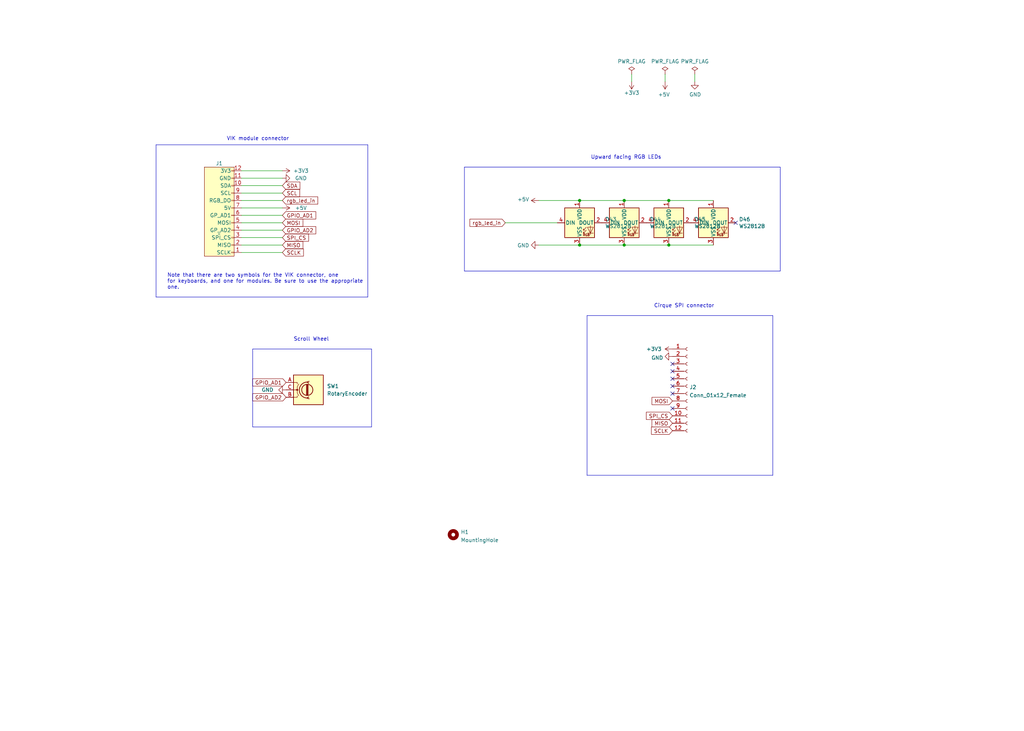
<source format=kicad_sch>
(kicad_sch (version 20230121) (generator eeschema)
  (paper "User" 350.012 250.012)
  (lib_symbols
    (symbol "Connector:Conn_01x12_Female" (pin_names (offset 1.016) hide)
      (property "Reference" "J" (at 0 15.24 0))
      (property "Value" "Conn_01x12_Female" (at 0 -17.78 0))
      (symbol "Conn_01x12_Female_1_1"
        (arc (start 0 -14.732) (mid -0.5058 -15.24) (end 0 -15.748) (stroke (width 0.1524)))
        (arc (start 0 -12.192) (mid -0.5058 -12.7) (end 0 -13.208) (stroke (width 0.1524)))
        (arc (start 0 -9.652) (mid -0.5058 -10.16) (end 0 -10.668) (stroke (width 0.1524)))
        (arc (start 0 -7.112) (mid -0.5058 -7.62) (end 0 -8.128) (stroke (width 0.1524)))
        (arc (start 0 -4.572) (mid -0.5058 -5.08) (end 0 -5.588) (stroke (width 0.1524)))
        (arc (start 0 -2.032) (mid -0.5058 -2.54) (end 0 -3.048) (stroke (width 0.1524)))
        (polyline (pts (xy -1.27 -15.24) (xy -0.508 -15.24)) (stroke (width 0.1524)))
        (polyline (pts (xy -1.27 -12.7) (xy -0.508 -12.7)) (stroke (width 0.1524)))
        (polyline (pts (xy -1.27 -10.16) (xy -0.508 -10.16)) (stroke (width 0.1524)))
        (polyline (pts (xy -1.27 -7.62) (xy -0.508 -7.62)) (stroke (width 0.1524)))
        (polyline (pts (xy -1.27 -5.08) (xy -0.508 -5.08)) (stroke (width 0.1524)))
        (polyline (pts (xy -1.27 -2.54) (xy -0.508 -2.54)) (stroke (width 0.1524)))
        (polyline (pts (xy -1.27 0) (xy -0.508 0)) (stroke (width 0.1524)))
        (polyline (pts (xy -1.27 2.54) (xy -0.508 2.54)) (stroke (width 0.1524)))
        (polyline (pts (xy -1.27 5.08) (xy -0.508 5.08)) (stroke (width 0.1524)))
        (polyline (pts (xy -1.27 7.62) (xy -0.508 7.62)) (stroke (width 0.1524)))
        (polyline (pts (xy -1.27 10.16) (xy -0.508 10.16)) (stroke (width 0.1524)))
        (polyline (pts (xy -1.27 12.7) (xy -0.508 12.7)) (stroke (width 0.1524)))
        (arc (start 0 0.508) (mid -0.5058 0) (end 0 -0.508) (stroke (width 0.1524)))
        (arc (start 0 3.048) (mid -0.5058 2.54) (end 0 2.032) (stroke (width 0.1524)))
        (arc (start 0 5.588) (mid -0.5058 5.08) (end 0 4.572) (stroke (width 0.1524)))
        (arc (start 0 8.128) (mid -0.5058 7.62) (end 0 7.112) (stroke (width 0.1524)))
        (arc (start 0 10.668) (mid -0.5058 10.16) (end 0 9.652) (stroke (width 0.1524)))
        (arc (start 0 13.208) (mid -0.5058 12.7) (end 0 12.192) (stroke (width 0.1524)))
        (pin passive line (at -5.08 12.7 0) (length 3.81) (name "Pin_1") (number "1"))
        (pin passive line (at -5.08 -10.16 0) (length 3.81) (name "Pin_10") (number "10"))
        (pin passive line (at -5.08 -12.7 0) (length 3.81) (name "Pin_11") (number "11"))
        (pin passive line (at -5.08 -15.24 0) (length 3.81) (name "Pin_12") (number "12"))
        (pin passive line (at -5.08 10.16 0) (length 3.81) (name "Pin_2") (number "2"))
        (pin passive line (at -5.08 7.62 0) (length 3.81) (name "Pin_3") (number "3"))
        (pin passive line (at -5.08 5.08 0) (length 3.81) (name "Pin_4") (number "4"))
        (pin passive line (at -5.08 2.54 0) (length 3.81) (name "Pin_5") (number "5"))
        (pin passive line (at -5.08 0 0) (length 3.81) (name "Pin_6") (number "6"))
        (pin passive line (at -5.08 -2.54 0) (length 3.81) (name "Pin_7") (number "7"))
        (pin passive line (at -5.08 -5.08 0) (length 3.81) (name "Pin_8") (number "8"))
        (pin passive line (at -5.08 -7.62 0) (length 3.81) (name "Pin_9") (number "9"))
      )
    )
    (symbol "Device:RotaryEncoder" (pin_names (offset 0.254) hide)
      (property "Reference" "SW" (at 0 6.604 0))
      (property "Value" "RotaryEncoder" (at 0 -6.604 0))
      (symbol "RotaryEncoder_0_1"
        (rectangle (start -5.08 5.08) (end 5.08 -5.08) (stroke (width 0.254)) (fill (type background)))
        (circle (center -3.81 0) (radius 0.254) (fill (type outline)))
        (circle (center -0.381 0) (radius 1.905) (stroke (width 0.254)))
        (arc (start -0.381 2.667) (mid -3.0988 -0.0635) (end -0.381 -2.794) (stroke (width 0.254)))
        (polyline (pts (xy -0.635 -1.778) (xy -0.635 1.778)) (stroke (width 0.254)))
        (polyline (pts (xy -0.381 -1.778) (xy -0.381 1.778)) (stroke (width 0.254)))
        (polyline (pts (xy -0.127 1.778) (xy -0.127 -1.778)) (stroke (width 0.254)))
        (polyline (pts (xy -5.08 -2.54) (xy -3.81 -2.54) (xy -3.81 -2.032)))
        (polyline (pts (xy -5.08 2.54) (xy -3.81 2.54) (xy -3.81 2.032)))
        (polyline (pts (xy 0.254 -3.048) (xy -0.508 -2.794) (xy 0.127 -2.413)) (stroke (width 0.254)))
        (polyline (pts (xy 0.254 2.921) (xy -0.508 2.667) (xy 0.127 2.286)) (stroke (width 0.254)))
        (polyline (pts (xy -5.08 0) (xy -3.81 0) (xy -3.81 -1.016) (xy -3.302 -2.032)))
        (polyline (pts (xy -4.318 0) (xy -3.81 0) (xy -3.81 1.016) (xy -3.302 2.032)))
      )
      (symbol "RotaryEncoder_1_1"
        (pin passive line (at -7.62 2.54 0) (length 2.54) (name "A") (number "A"))
        (pin passive line (at -7.62 -2.54 0) (length 2.54) (name "B") (number "B"))
        (pin passive line (at -7.62 0 0) (length 2.54) (name "C") (number "C"))
      )
    )
    (symbol "Mechanical:MountingHole" (pin_names (offset 1.016))
      (property "Reference" "H" (at 0 5.08 0))
      (property "Value" "MountingHole" (at 0 3.175 0))
      (symbol "MountingHole_0_1"
        (circle (center 0 0) (radius 1.27) (stroke (width 1.27)))
      )
    )
    (symbol "kicad-keyboard-parts:SK6812MINI-E" (pin_names (offset 0.254))
      (property "Reference" "D" (at 5.08 5.715 0))
      (property "Value" "SK6812MINI-E" (at 1.27 -5.715 0))
      (symbol "SK6812MINI-E_0_0"
        (text "RGB" (at 2.286 -4.191 0) (effects (font (size 0.762 0.762))))
      )
      (symbol "SK6812MINI-E_0_1"
        (polyline (pts (xy 1.27 -3.556) (xy 1.778 -3.556)))
        (polyline (pts (xy 1.27 -2.54) (xy 1.778 -2.54)))
        (polyline (pts (xy 4.699 -3.556) (xy 2.667 -3.556)))
        (polyline (pts (xy 2.286 -2.54) (xy 1.27 -3.556) (xy 1.27 -3.048)))
        (polyline (pts (xy 2.286 -1.524) (xy 1.27 -2.54) (xy 1.27 -2.032)))
        (polyline (pts (xy 3.683 -1.016) (xy 3.683 -3.556) (xy 3.683 -4.064)))
        (polyline (pts (xy 4.699 -1.524) (xy 2.667 -1.524) (xy 3.683 -3.556) (xy 4.699 -1.524)))
        (rectangle (start 5.08 5.08) (end -5.08 -5.08) (stroke (width 0.254)) (fill (type background)))
      )
      (symbol "SK6812MINI-E_1_1"
        (pin power_in line (at 0 7.62 270) (length 2.54) (name "VDD") (number "1"))
        (pin output line (at 7.62 0 180) (length 2.54) (name "DOUT") (number "2"))
        (pin power_in line (at 0 -7.62 90) (length 2.54) (name "VSS") (number "3"))
        (pin input line (at -7.62 0 0) (length 2.54) (name "DIN") (number "4"))
      )
    )
    (symbol "power:+3V3" (power) (pin_names (offset 0))
      (property "Value" "+3V3" (at 0 3.556 0))
      (symbol "+3V3_0_1"
        (polyline (pts (xy -0.762 1.27) (xy 0 2.54)))
        (polyline (pts (xy 0 0) (xy 0 2.54)))
        (polyline (pts (xy 0 2.54) (xy 0.762 1.27)))
      )
      (symbol "+3V3_1_1"
        (pin power_in line (at 0 0 90) (length 0) hide (name "+3V3") (number "1"))
      )
    )
    (symbol "power:+5V" (power) (pin_names (offset 0))
      (property "Value" "+5V" (at 0 3.556 0))
      (symbol "+5V_0_1"
        (polyline (pts (xy -0.762 1.27) (xy 0 2.54)))
        (polyline (pts (xy 0 0) (xy 0 2.54)))
        (polyline (pts (xy 0 2.54) (xy 0.762 1.27)))
      )
      (symbol "+5V_1_1"
        (pin power_in line (at 0 0 90) (length 0) hide (name "+5V") (number "1"))
      )
    )
    (symbol "power:GND" (power) (pin_names (offset 0))
      (property "Value" "GND" (at 0 -3.81 0))
      (symbol "GND_0_1"
        (polyline (pts (xy 0 0) (xy 0 -1.27) (xy 1.27 -1.27) (xy 0 -2.54) (xy -1.27 -1.27) (xy 0 -1.27)))
      )
      (symbol "GND_1_1"
        (pin power_in line (at 0 0 270) (length 0) hide (name "GND") (number "1"))
      )
    )
    (symbol "power:PWR_FLAG" (power) (pin_numbers hide) (pin_names (offset 0) hide)
      (property "Value" "PWR_FLAG" (at 0 3.81 0))
      (symbol "PWR_FLAG_0_0"
        (pin power_out line (at 0 0 90) (length 0) (name "pwr") (number "1"))
      )
      (symbol "PWR_FLAG_0_1"
        (polyline (pts (xy 0 0) (xy 0 1.27) (xy -1.016 1.905) (xy 0 2.54) (xy 1.016 1.905) (xy 0 1.27)))
      )
    )
    (symbol "vik:vik-module-connector" (pin_names (offset 1))
      (property "Reference" "J" (at 0 15.875 0))
      (symbol "vik-module-connector_1_1"
        (rectangle (start -5.08 13.97) (end 5.08 -16.51) (fill (type background)))
        (rectangle (start -5.0546 -15.113) (end -4.191 -15.367) (stroke (width 0.1)))
        (rectangle (start -5.0546 -12.573) (end -4.191 -12.827) (stroke (width 0.1)))
        (rectangle (start -5.0546 -10.033) (end -4.191 -10.287) (stroke (width 0.1)))
        (rectangle (start -5.0546 -7.493) (end -4.191 -7.747) (stroke (width 0.1)))
        (rectangle (start -5.0546 -4.953) (end -4.191 -5.207) (stroke (width 0.1)))
        (rectangle (start -5.0546 -2.413) (end -4.191 -2.667) (stroke (width 0.1)))
        (rectangle (start -5.0546 0.127) (end -4.191 -0.127) (stroke (width 0.1)))
        (rectangle (start -5.0546 2.667) (end -4.191 2.413) (stroke (width 0.1)))
        (rectangle (start -5.0546 5.207) (end -4.191 4.953) (stroke (width 0.1)))
        (rectangle (start -5.0546 7.747) (end -4.191 7.493) (stroke (width 0.1)))
        (rectangle (start -5.0546 10.287) (end -4.191 10.033) (stroke (width 0.1)))
        (rectangle (start -5.0546 12.827) (end -4.191 12.573) (stroke (width 0.1)))
        (pin output line (at -7.62 12.7 0) (length 2.54) (name "SCLK") (number "1"))
        (pin bidirectional line (at -7.62 -10.16 0) (length 2.54) (name "SDA") (number "10"))
        (pin power_out line (at -7.62 -12.7 0) (length 2.54) (name "GND") (number "11"))
        (pin power_out line (at -7.62 -15.24 0) (length 2.54) (name "3V3") (number "12"))
        (pin tri_state line (at -7.62 10.16 0) (length 2.54) (name "MISO") (number "2"))
        (pin output line (at -7.62 7.62 0) (length 2.54) (name "SPI_CS") (number "3"))
        (pin bidirectional line (at -7.62 5.08 0) (length 2.54) (name "GP_AD2") (number "4"))
        (pin output line (at -7.62 2.54 0) (length 2.54) (name "MOSI") (number "5"))
        (pin bidirectional line (at -7.62 0 0) (length 2.54) (name "GP_AD1") (number "6"))
        (pin power_out line (at -7.62 -2.54 0) (length 2.54) (name "5V") (number "7"))
        (pin output line (at -7.62 -5.08 0) (length 2.54) (name "RGB_DO") (number "8"))
        (pin bidirectional line (at -7.62 -7.62 0) (length 2.54) (name "SCL") (number "9"))
      )
    )
  )
  (junction (at 198.12 83.82))
  (junction (at 213.36 68.58))
  (junction (at 228.6 68.58))
  (junction (at 228.6 83.82))
  (junction (at 198.12 68.58))
  (junction (at 213.36 83.82))
  (no_connect (at 229.87 129.54))
  (no_connect (at 251.46 76.2))
  (no_connect (at 229.87 139.7))
  (no_connect (at 229.87 124.46))
  (no_connect (at 229.87 134.62))
  (no_connect (at 229.87 127))
  (no_connect (at 229.87 132.08))
  (polyline (pts (xy 200.66 162.56) (xy 200.66 107.95)))
  (wire (pts (xy 82.55 58.42) (xy 96.52 58.42)))
  (wire (pts (xy 82.55 66.04) (xy 96.52 66.04)))
  (wire (pts (xy 213.36 68.58) (xy 228.6 68.58)))
  (polyline (pts (xy 158.75 57.15) (xy 158.75 92.71)))
  (wire (pts (xy 82.55 76.2) (xy 96.52 76.2)))
  (wire (pts (xy 237.49 25.4) (xy 237.49 27.94)))
  (wire (pts (xy 198.12 83.82) (xy 213.36 83.82)))
  (wire (pts (xy 82.55 73.66) (xy 96.52 73.66)))
  (polyline (pts (xy 86.36 146.05) (xy 127 146.05)))
  (wire (pts (xy 184.15 83.82) (xy 198.12 83.82)))
  (polyline (pts (xy 158.75 57.15) (xy 266.7 57.15)))
  (wire (pts (xy 184.15 68.58) (xy 198.12 68.58)))
  (wire (pts (xy 82.55 81.28) (xy 96.52 81.28)))
  (polyline (pts (xy 200.66 107.95) (xy 264.16 107.95)))
  (wire (pts (xy 82.55 83.82) (xy 96.52 83.82)))
  (wire (pts (xy 213.36 83.82) (xy 228.6 83.82)))
  (wire (pts (xy 82.55 60.96) (xy 96.52 60.96)))
  (polyline (pts (xy 264.16 162.56) (xy 200.66 162.56)))
  (wire (pts (xy 228.6 83.82) (xy 243.84 83.82)))
  (wire (pts (xy 82.55 63.5) (xy 96.52 63.5)))
  (wire (pts (xy 228.6 68.58) (xy 243.84 68.58)))
  (wire (pts (xy 227.33 25.4) (xy 227.33 27.94)))
  (polyline (pts (xy 125.73 49.53) (xy 125.73 101.6)))
  (polyline (pts (xy 264.16 107.95) (xy 264.16 162.56)))
  (polyline (pts (xy 125.73 101.6) (xy 53.34 101.6)))
  (polyline (pts (xy 86.36 119.38) (xy 127 119.38)))
  (polyline (pts (xy 53.34 49.53) (xy 53.34 101.6)))
  (polyline (pts (xy 266.7 92.71) (xy 266.7 57.15)))
  (wire (pts (xy 215.9 25.4) (xy 215.9 27.94)))
  (wire (pts (xy 172.72 76.2) (xy 190.5 76.2)))
  (wire (pts (xy 82.55 86.36) (xy 96.52 86.36)))
  (polyline (pts (xy 53.34 49.53) (xy 125.73 49.53)))
  (wire (pts (xy 82.55 68.58) (xy 96.52 68.58)))
  (wire (pts (xy 82.55 71.12) (xy 96.52 71.12)))
  (wire (pts (xy 198.12 68.58) (xy 213.36 68.58)))
  (polyline (pts (xy 158.75 92.71) (xy 266.7 92.71)))
  (polyline (pts (xy 86.36 119.38) (xy 86.36 146.05)))
  (wire (pts (xy 82.55 78.74) (xy 96.52 78.74)))
  (polyline (pts (xy 127 146.05) (xy 127 119.38)))
  (text "Cirque SPI connector" (at 223.52 105.41 0) (effects (font (size 1.27 1.27)) (justify left bottom)))
  (text "Upward facing RGB LEDs" (at 201.93 54.61 0) (effects (font (size 1.27 1.27)) (justify left bottom)))
  (text "VIK module connector" (at 77.47 48.26 0) (effects (font (size 1.27 1.27)) (justify left bottom)))
  (text "Note that there are two symbols for the VIK connector, one\nfor keyboards, and one for modules. Be sure to use the appropriate\none." (at 57.15 99.06 0) (effects (font (size 1.27 1.27)) (justify left bottom)))
  (text "Scroll Wheel" (at 100.33 116.84 0) (effects (font (size 1.27 1.27)) (justify left bottom)))
  (global_label "GPIO_AD2" (shape input) (at 97.79 135.89 180) (property "Intersheetrefs" "${INTERSHEET_REFS}" (effects hide)))
  (global_label "SPI_CS" (shape input) (at 229.87 142.24 180) (property "Intersheetrefs" "${INTERSHEET_REFS}" (effects hide)))
  (global_label "MOSI" (shape input) (at 229.87 137.16 180) (property "Intersheetrefs" "${INTERSHEET_REFS}" (effects hide)))
  (global_label "MISO" (shape input) (at 229.87 144.78 180) (property "Intersheetrefs" "${INTERSHEET_REFS}" (effects hide)))
  (global_label "SPI_CS" (shape input) (at 96.52 81.28 0) (property "Intersheetrefs" "${INTERSHEET_REFS}" (effects hide)))
  (global_label "GPIO_AD2" (shape input) (at 96.52 78.74 0) (property "Intersheetrefs" "${INTERSHEET_REFS}" (effects hide)))
  (global_label "MOSI" (shape input) (at 96.52 76.2 0) (property "Intersheetrefs" "${INTERSHEET_REFS}" (effects hide)))
  (global_label "SCL" (shape input) (at 96.52 66.04 0) (property "Intersheetrefs" "${INTERSHEET_REFS}" (effects hide)))
  (global_label "MISO" (shape input) (at 96.52 83.82 0) (property "Intersheetrefs" "${INTERSHEET_REFS}" (effects hide)))
  (global_label "SCLK" (shape input) (at 96.52 86.36 0) (property "Intersheetrefs" "${INTERSHEET_REFS}" (effects hide)))
  (global_label "rgb_led_in" (shape input) (at 172.72 76.2 180) (property "Intersheetrefs" "${INTERSHEET_REFS}" (effects hide)))
  (global_label "GPIO_AD1" (shape input) (at 96.52 73.66 0) (property "Intersheetrefs" "${INTERSHEET_REFS}" (effects hide)))
  (global_label "GPIO_AD1" (shape input) (at 97.79 130.81 180) (property "Intersheetrefs" "${INTERSHEET_REFS}" (effects hide)))
  (global_label "rgb_led_in" (shape input) (at 96.52 68.58 0) (property "Intersheetrefs" "${INTERSHEET_REFS}" (effects hide)))
  (global_label "SDA" (shape input) (at 96.52 63.5 0) (property "Intersheetrefs" "${INTERSHEET_REFS}" (effects hide)))
  (global_label "SCLK" (shape input) (at 229.87 147.32 180) (property "Intersheetrefs" "${INTERSHEET_REFS}" (effects hide)))
  (symbol (lib_id "power:+5V") (at 184.15 68.58 90) (unit 1)
    (property "Reference" "#PWR08" (effects hide))
    (property "Value" "+5V" (at 180.8988 68.199 90) (effects (justify left)))
  )
  (symbol (lib_id "power:PWR_FLAG") (at 215.9 25.4 0) (unit 1)
    (property "Reference" "#FLG01" (effects hide))
    (property "Value" "PWR_FLAG" (at 215.9 21.0058 0))
  )
  (symbol (lib_id "power:PWR_FLAG") (at 227.33 25.4 0) (unit 1)
    (property "Reference" "#FLG02" (effects hide))
    (property "Value" "PWR_FLAG" (at 227.33 21.0058 0))
  )
  (symbol (lib_id "power:+5V") (at 227.33 27.94 180) (unit 1)
    (property "Reference" "#PWR02" (effects hide))
    (property "Value" "+5V" (at 226.949 32.3342 0))
  )
  (symbol (lib_id "power:GND") (at 237.49 27.94 0) (unit 1)
    (property "Reference" "#PWR03" (effects hide))
    (property "Value" "GND" (at 237.617 32.3342 0))
  )
  (symbol (lib_id "power:PWR_FLAG") (at 237.49 25.4 0) (unit 1)
    (property "Reference" "#FLG03" (effects hide))
    (property "Value" "PWR_FLAG" (at 237.49 21.0058 0))
  )
  (symbol (lib_id "power:GND") (at 184.15 83.82 270) (unit 1)
    (property "Reference" "#PWR09" (effects hide))
    (property "Value" "GND" (at 180.8988 83.947 90) (effects (justify right)))
  )
  (symbol (lib_id "power:GND") (at 96.52 60.96 90) (mirror x) (unit 1)
    (property "Reference" "#PWR0102" (effects hide))
    (property "Value" "GND" (at 102.87 60.96 90))
  )
  (symbol (lib_id "power:GND") (at 229.87 121.92 270) (unit 1)
    (property "Reference" "#PWR0107" (effects hide))
    (property "Value" "GND" (at 226.6951 122.399 90) (effects (justify right)))
  )
  (symbol (lib_id "kicad-keyboard-parts:SK6812MINI-E") (at 198.12 76.2 0) (unit 1)
    (property "Reference" "D43" (at 206.8576 75.0316 0) (effects (justify left)))
    (property "Value" "WS2812B" (at 206.8576 77.343 0) (effects (justify left)))
    (property "Footprint" "fingerpunch:LED_WS2812B_PLCC4_5.0x5.0mm_P3.2mm-reversible" (effects hide))
    (property "Datasheet" "https://cdn-shop.adafruit.com/product-files/2686/SK6812MINI_REV.01-1-2.pdf" (effects hide))
    (property "LCSC" "C2761795" (effects hide))
  )
  (symbol (lib_id "power:GND") (at 97.79 133.35 270) (mirror x) (unit 1)
    (property "Reference" "#PWR0105" (effects hide))
    (property "Value" "GND" (at 91.44 133.35 90))
  )
  (symbol (lib_id "kicad-keyboard-parts:SK6812MINI-E") (at 243.84 76.2 0) (unit 1)
    (property "Reference" "D46" (at 252.5776 75.0316 0) (effects (justify left)))
    (property "Value" "WS2812B" (at 252.5776 77.343 0) (effects (justify left)))
    (property "Footprint" "fingerpunch:LED_WS2812B_PLCC4_5.0x5.0mm_P3.2mm-reversible" (effects hide))
    (property "Datasheet" "https://cdn-shop.adafruit.com/product-files/2686/SK6812MINI_REV.01-1-2.pdf" (effects hide))
    (property "LCSC" "C2761795" (effects hide))
  )
  (symbol (lib_id "kicad-keyboard-parts:SK6812MINI-E") (at 228.6 76.2 0) (unit 1)
    (property "Reference" "D45" (at 237.3376 75.0316 0) (effects (justify left)))
    (property "Value" "WS2812B" (at 237.3376 77.343 0) (effects (justify left)))
    (property "Footprint" "fingerpunch:LED_WS2812B_PLCC4_5.0x5.0mm_P3.2mm-reversible" (effects hide))
    (property "Datasheet" "https://cdn-shop.adafruit.com/product-files/2686/SK6812MINI_REV.01-1-2.pdf" (effects hide))
    (property "LCSC" "C2761795" (effects hide))
  )
  (symbol (lib_id "power:+3V3") (at 96.52 58.42 270) (unit 1)
    (property "Reference" "#PWR0101" (effects hide))
    (property "Value" "+3V3" (at 102.87 58.42 90))
  )
  (symbol (lib_id "power:+5V") (at 96.52 71.12 270) (unit 1)
    (property "Reference" "#PWR0104" (effects hide))
    (property "Value" "+5V" (at 102.87 71.12 90))
  )
  (symbol (lib_id "vik:vik-module-connector") (at 74.93 73.66 180) (unit 1)
    (property "Reference" "J1" (at 74.93 55.88 0))
    (property "Value" "~" (at 74.93 80.01 0))
    (property "Footprint" "vik:vik-module-connector-horizontal" (effects hide))
    (property "LCSC" "C479750" (effects hide))
  )
  (symbol (lib_id "kicad-keyboard-parts:SK6812MINI-E") (at 213.36 76.2 0) (unit 1)
    (property "Reference" "D44" (at 222.0976 75.0316 0) (effects (justify left)))
    (property "Value" "WS2812B" (at 222.0976 77.343 0) (effects (justify left)))
    (property "Footprint" "fingerpunch:LED_WS2812B_PLCC4_5.0x5.0mm_P3.2mm-reversible" (effects hide))
    (property "Datasheet" "https://cdn-shop.adafruit.com/product-files/2686/SK6812MINI_REV.01-1-2.pdf" (effects hide))
    (property "LCSC" "C2761795" (effects hide))
  )
  (symbol (lib_id "Mechanical:MountingHole") (at 154.94 182.88 0) (unit 1)
    (property "Reference" "H1" (at 157.48 181.9715 0) (effects (justify left)))
    (property "Value" "MountingHole" (at 157.48 184.7466 0) (effects (justify left)))
    (property "Footprint" "vik:vik-module-mounting-large" (effects hide))
  )
  (symbol (lib_id "power:+3V3") (at 229.87 119.38 90) (unit 1)
    (property "Reference" "#PWR0106" (effects hide))
    (property "Value" "+3V3" (at 223.52 119.38 90))
  )
  (symbol (lib_id "power:+3V3") (at 215.9 27.94 180) (unit 1)
    (property "Reference" "#PWR0112" (effects hide))
    (property "Value" "+3V3" (at 215.9 31.75 0))
  )
  (symbol (lib_id "Connector:Conn_01x12_Female") (at 234.95 132.08 0) (unit 1)
    (property "Reference" "J2" (at 235.6612 132.4415 0) (effects (justify left)))
    (property "Value" "Conn_01x12_Female" (at 235.6612 135.2166 0) (effects (justify left)))
    (property "Footprint" "fingerpunch:FPC-SMD_FPC05012-09200-.5mm-rev" (effects hide))
    (property "LCSC" "C479750" (effects hide))
  )
  (symbol (lib_id "Device:RotaryEncoder") (at 105.41 133.35 0) (unit 1)
    (property "Reference" "SW1" (at 111.76 132.0799 0) (effects (justify left)))
    (property "Value" "RotaryEncoder" (at 111.76 134.6199 0) (effects (justify left)))
    (property "Footprint" "fingerpunch:PERS56v3" (effects hide))
  )
)
</source>
